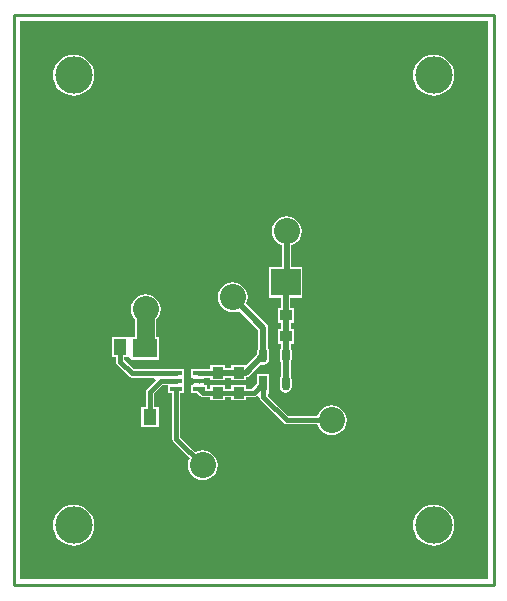
<source format=gtl>
%FSLAX25Y25*%
%MOIN*%
G70*
G01*
G75*
G04 Layer_Physical_Order=1*
G04 Layer_Color=255*
%ADD10R,0.04134X0.01575*%
%ADD11R,0.03937X0.03740*%
%ADD12R,0.03740X0.03937*%
%ADD13O,0.02756X0.05118*%
%ADD14R,0.02756X0.05118*%
%ADD15R,0.10039X0.09055*%
%ADD16R,0.04488X0.05512*%
%ADD17R,0.07874X0.06496*%
%ADD18C,0.02000*%
%ADD19C,0.01500*%
%ADD20C,0.01000*%
%ADD21C,0.06000*%
%ADD22C,0.08700*%
%ADD23C,0.12500*%
%ADD24C,0.05000*%
G36*
X158000Y2000D02*
X2000D01*
Y188000D01*
X158000D01*
Y2000D01*
D02*
G37*
%LPC*%
G36*
X91000Y122993D02*
X89708Y122823D01*
X88504Y122324D01*
X87470Y121530D01*
X86676Y120496D01*
X86177Y119292D01*
X86007Y118000D01*
X86177Y116708D01*
X86676Y115504D01*
X87470Y114470D01*
X88504Y113676D01*
X89369Y113318D01*
Y106128D01*
X85030D01*
Y95872D01*
X89018D01*
Y92470D01*
X88282D01*
Y87530D01*
X89219D01*
Y85470D01*
X88282D01*
Y80530D01*
X89219D01*
Y79189D01*
X88877Y78677D01*
X88723Y77905D01*
Y75543D01*
X88877Y74772D01*
X89109Y74425D01*
Y69575D01*
X88877Y69228D01*
X88723Y68457D01*
Y66094D01*
X88877Y65323D01*
X89314Y64669D01*
X89968Y64231D01*
X90740Y64078D01*
X91512Y64231D01*
X92166Y64669D01*
X92603Y65323D01*
X92757Y66094D01*
Y68457D01*
X92603Y69228D01*
X92371Y69575D01*
Y74425D01*
X92603Y74772D01*
X92757Y75543D01*
Y77905D01*
X92603Y78677D01*
X92482Y78859D01*
Y80530D01*
X93419D01*
Y85470D01*
X92482D01*
Y87530D01*
X93419D01*
Y92470D01*
X92281D01*
Y95872D01*
X96269D01*
Y106128D01*
X92631D01*
Y113318D01*
X93496Y113676D01*
X94530Y114470D01*
X95324Y115504D01*
X95823Y116708D01*
X95993Y118000D01*
X95823Y119292D01*
X95324Y120496D01*
X94530Y121530D01*
X93496Y122324D01*
X92292Y122823D01*
X91000Y122993D01*
D02*
G37*
G36*
X140000Y26883D02*
X138657Y26751D01*
X137366Y26359D01*
X136176Y25723D01*
X135133Y24867D01*
X134277Y23824D01*
X133641Y22634D01*
X133249Y21343D01*
X133117Y20000D01*
X133249Y18657D01*
X133641Y17366D01*
X134277Y16176D01*
X135133Y15133D01*
X136176Y14277D01*
X137366Y13641D01*
X138657Y13249D01*
X140000Y13117D01*
X141343Y13249D01*
X142634Y13641D01*
X143824Y14277D01*
X144867Y15133D01*
X145723Y16176D01*
X146359Y17366D01*
X146751Y18657D01*
X146883Y20000D01*
X146751Y21343D01*
X146359Y22634D01*
X145723Y23824D01*
X144867Y24867D01*
X143824Y25723D01*
X142634Y26359D01*
X141343Y26751D01*
X140000Y26883D01*
D02*
G37*
G36*
X20000D02*
X18657Y26751D01*
X17366Y26359D01*
X16176Y25723D01*
X15133Y24867D01*
X14277Y23824D01*
X13641Y22634D01*
X13249Y21343D01*
X13117Y20000D01*
X13249Y18657D01*
X13641Y17366D01*
X14277Y16176D01*
X15133Y15133D01*
X16176Y14277D01*
X17366Y13641D01*
X18657Y13249D01*
X20000Y13117D01*
X21343Y13249D01*
X22634Y13641D01*
X23824Y14277D01*
X24867Y15133D01*
X25723Y16176D01*
X26359Y17366D01*
X26751Y18657D01*
X26883Y20000D01*
X26751Y21343D01*
X26359Y22634D01*
X25723Y23824D01*
X24867Y24867D01*
X23824Y25723D01*
X22634Y26359D01*
X21343Y26751D01*
X20000Y26883D01*
D02*
G37*
G36*
Y176883D02*
X18657Y176751D01*
X17366Y176359D01*
X16176Y175723D01*
X15133Y174867D01*
X14277Y173824D01*
X13641Y172634D01*
X13249Y171343D01*
X13117Y170000D01*
X13249Y168657D01*
X13641Y167366D01*
X14277Y166176D01*
X15133Y165133D01*
X16176Y164277D01*
X17366Y163641D01*
X18657Y163249D01*
X20000Y163117D01*
X21343Y163249D01*
X22634Y163641D01*
X23824Y164277D01*
X24867Y165133D01*
X25723Y166176D01*
X26359Y167366D01*
X26751Y168657D01*
X26883Y170000D01*
X26751Y171343D01*
X26359Y172634D01*
X25723Y173824D01*
X24867Y174867D01*
X23824Y175723D01*
X22634Y176359D01*
X21343Y176751D01*
X20000Y176883D01*
D02*
G37*
G36*
X140000D02*
X138657Y176751D01*
X137366Y176359D01*
X136176Y175723D01*
X135133Y174867D01*
X134277Y173824D01*
X133641Y172634D01*
X133249Y171343D01*
X133117Y170000D01*
X133249Y168657D01*
X133641Y167366D01*
X134277Y166176D01*
X135133Y165133D01*
X136176Y164277D01*
X137366Y163641D01*
X138657Y163249D01*
X140000Y163117D01*
X141343Y163249D01*
X142634Y163641D01*
X143824Y164277D01*
X144867Y165133D01*
X145723Y166176D01*
X146359Y167366D01*
X146751Y168657D01*
X146883Y170000D01*
X146751Y171343D01*
X146359Y172634D01*
X145723Y173824D01*
X144867Y174867D01*
X143824Y175723D01*
X142634Y176359D01*
X141343Y176751D01*
X140000Y176883D01*
D02*
G37*
G36*
X73000Y100993D02*
X71708Y100823D01*
X70504Y100324D01*
X69470Y99530D01*
X68676Y98496D01*
X68177Y97292D01*
X68007Y96000D01*
X68177Y94708D01*
X68676Y93504D01*
X69470Y92470D01*
X70504Y91676D01*
X71708Y91177D01*
X73000Y91007D01*
X74292Y91177D01*
X75157Y91536D01*
X81629Y85064D01*
Y83740D01*
Y79024D01*
X81397Y78677D01*
X81243Y77905D01*
Y77015D01*
X77595Y73367D01*
X77470Y73419D01*
Y73419D01*
X77470Y73419D01*
X72530D01*
Y72482D01*
X70470D01*
Y73419D01*
X65530D01*
Y71935D01*
X64407D01*
Y71947D01*
X59073D01*
Y69172D01*
X59593D01*
X60526Y68548D01*
X60520Y68552D01*
X60598Y68025D01*
Y67975D01*
X60520Y67448D01*
X59593Y66828D01*
X59073D01*
Y64053D01*
X61181D01*
X62208Y63027D01*
X62208Y63027D01*
X62654Y62728D01*
X62654Y62728D01*
X62654Y62728D01*
D01*
X62654Y62728D01*
X62654Y62728D01*
X63181Y62624D01*
X63181Y62624D01*
X65530D01*
Y61581D01*
X70470D01*
Y62624D01*
X72530D01*
Y61581D01*
X77470D01*
Y62624D01*
X79984D01*
X80511Y62728D01*
X80958Y63027D01*
X81026Y63095D01*
X81883Y62740D01*
X81988Y62213D01*
X82287Y61767D01*
X90027Y54027D01*
X90027D01*
X90027Y54027D01*
X90027Y54027D01*
Y54027D01*
X90473Y53728D01*
X91000Y53624D01*
X101212D01*
X101676Y52504D01*
X102470Y51470D01*
X103504Y50676D01*
X104708Y50177D01*
X106000Y50007D01*
X107292Y50177D01*
X108496Y50676D01*
X109530Y51470D01*
X110324Y52504D01*
X110823Y53708D01*
X110993Y55000D01*
X110823Y56292D01*
X110324Y57496D01*
X109530Y58530D01*
X108496Y59324D01*
X107292Y59823D01*
X106000Y59993D01*
X104708Y59823D01*
X103504Y59324D01*
X102470Y58530D01*
X101676Y57496D01*
X101212Y56376D01*
X91570D01*
X84754Y63193D01*
X85137Y64117D01*
X85238D01*
Y70435D01*
X81282D01*
Y67244D01*
X79414Y65376D01*
X77470D01*
Y66718D01*
X72530D01*
Y65376D01*
X70470D01*
Y66718D01*
X65530D01*
Y65376D01*
X64407D01*
Y66828D01*
X63779D01*
X63556Y66978D01*
X63044Y67601D01*
X63080Y67782D01*
X62994Y68211D01*
X62942Y68290D01*
X63413Y69172D01*
X64407D01*
Y69183D01*
X65530D01*
Y68282D01*
X70470D01*
Y69219D01*
X72530D01*
Y68282D01*
X77470D01*
Y69236D01*
X78010Y69343D01*
X78539Y69697D01*
X82517Y73674D01*
X83260Y73527D01*
X84032Y73680D01*
X84686Y74117D01*
X85123Y74772D01*
X85277Y75543D01*
Y77905D01*
X85123Y78677D01*
X84891Y79024D01*
Y83740D01*
Y85740D01*
X84767Y86364D01*
X84413Y86894D01*
X77464Y93843D01*
X77823Y94708D01*
X77993Y96000D01*
X77823Y97292D01*
X77324Y98496D01*
X76530Y99530D01*
X75496Y100324D01*
X74292Y100823D01*
X73000Y100993D01*
D02*
G37*
G36*
X44000Y96993D02*
X42708Y96823D01*
X41504Y96324D01*
X40470Y95530D01*
X39676Y94496D01*
X39177Y93292D01*
X39007Y92000D01*
X39177Y90708D01*
X39676Y89504D01*
X40369Y88601D01*
Y82848D01*
X39240D01*
Y82844D01*
X38334D01*
Y82844D01*
X32646D01*
Y76132D01*
X34113D01*
Y74510D01*
X34218Y73983D01*
X34517Y73537D01*
X38468Y69586D01*
X38468Y69586D01*
X38735Y69407D01*
X38914Y69287D01*
X39441Y69183D01*
X46929D01*
X47312Y68259D01*
X44508Y65455D01*
X44210Y65008D01*
X44105Y64481D01*
Y59402D01*
X42637D01*
Y52690D01*
X48325D01*
Y59402D01*
X46858D01*
Y63911D01*
X49570Y66624D01*
X51593D01*
Y66613D01*
Y64053D01*
X52883D01*
Y58394D01*
Y48740D01*
X52883Y48740D01*
X52883D01*
X52988Y48213D01*
X53286Y47767D01*
X58641Y42412D01*
X58177Y41292D01*
X58007Y40000D01*
X58177Y38708D01*
X58676Y37504D01*
X59470Y36470D01*
X60504Y35676D01*
X61708Y35177D01*
X63000Y35007D01*
X64292Y35177D01*
X65496Y35676D01*
X66530Y36470D01*
X67324Y37504D01*
X67823Y38708D01*
X67993Y40000D01*
X67823Y41292D01*
X67324Y42496D01*
X66530Y43530D01*
X65496Y44324D01*
X64292Y44823D01*
X63000Y44993D01*
X61708Y44823D01*
X60588Y44359D01*
X55636Y49310D01*
Y58394D01*
Y64053D01*
X56927D01*
Y66613D01*
Y69172D01*
Y71947D01*
X51593D01*
Y71935D01*
X40011D01*
X36866Y75080D01*
Y76132D01*
X38334D01*
Y76132D01*
X38533D01*
X39240Y75425D01*
Y75152D01*
X48314D01*
Y82848D01*
X47631D01*
Y88601D01*
X48324Y89504D01*
X48823Y90708D01*
X48993Y92000D01*
X48823Y93292D01*
X48324Y94496D01*
X47530Y95530D01*
X46496Y96324D01*
X45292Y96823D01*
X44000Y96993D01*
D02*
G37*
%LPD*%
D10*
X61740Y65441D02*
D03*
Y68000D02*
D03*
Y70559D02*
D03*
X54260D02*
D03*
Y68000D02*
D03*
Y65441D02*
D03*
D11*
X97150Y90000D02*
D03*
X90850D02*
D03*
X97150Y83000D02*
D03*
X90850D02*
D03*
D12*
X68000Y77150D02*
D03*
Y70850D02*
D03*
X75000Y77150D02*
D03*
Y70850D02*
D03*
Y64150D02*
D03*
Y57850D02*
D03*
X68000Y64150D02*
D03*
Y57850D02*
D03*
D13*
X83260Y76724D02*
D03*
X90740D02*
D03*
Y67276D02*
D03*
X87000D02*
D03*
D14*
X83260D02*
D03*
D15*
X90650Y101000D02*
D03*
X109350D02*
D03*
D16*
X35490Y79488D02*
D03*
X45481Y56046D02*
D03*
D17*
X43777Y79000D02*
D03*
X37194Y56533D02*
D03*
D18*
X91000Y101350D02*
Y118000D01*
X90740Y67276D02*
Y76724D01*
X77386Y70850D02*
X83260Y76724D01*
X68000Y70850D02*
X75000D01*
X77386D01*
X90650Y90201D02*
Y101000D01*
X90850Y76835D02*
Y83000D01*
Y90000D01*
X83260Y76724D02*
Y83740D01*
Y85740D01*
X73000Y96000D02*
X83260Y85740D01*
D19*
X54260Y48740D02*
X63000Y40000D01*
X54260Y48740D02*
Y58394D01*
X91000Y55000D02*
X106000D01*
X83260Y62740D02*
X91000Y55000D01*
X83260Y62740D02*
Y67276D01*
X54260Y58394D02*
Y65441D01*
X61740Y70559D02*
X67709D01*
X61740Y65441D02*
X63181Y64000D01*
X79984D01*
X83260Y67276D01*
X35490Y74510D02*
Y79488D01*
Y74510D02*
X39441Y70559D01*
X54260D01*
X45481Y56046D02*
Y64481D01*
X49000Y68000D01*
X54260D01*
D20*
X160000Y0D02*
Y190000D01*
X0Y0D02*
X160000D01*
X0D02*
Y190000D01*
X160000D01*
X67709Y70559D02*
X68000Y70850D01*
X90650Y90201D02*
X90850Y90000D01*
X61740Y68000D02*
X61958Y67782D01*
D21*
X44000Y79223D02*
Y92000D01*
D22*
D03*
X106000Y55000D02*
D03*
X127000Y101000D02*
D03*
X91000Y40000D02*
D03*
X55000Y118000D02*
D03*
X37000Y44000D02*
D03*
X91000Y118000D02*
D03*
X73000Y96000D02*
D03*
X63000Y40000D02*
D03*
D23*
X140000Y20000D02*
D03*
X20000D02*
D03*
X140000Y170000D02*
D03*
X20000D02*
D03*
D24*
X75000Y83000D02*
D03*
X68000D02*
D03*
X58000Y77000D02*
D03*
X103000Y90000D02*
D03*
Y83000D02*
D03*
X98000Y66000D02*
D03*
X75000Y52000D02*
D03*
X68000D02*
D03*
M02*

</source>
